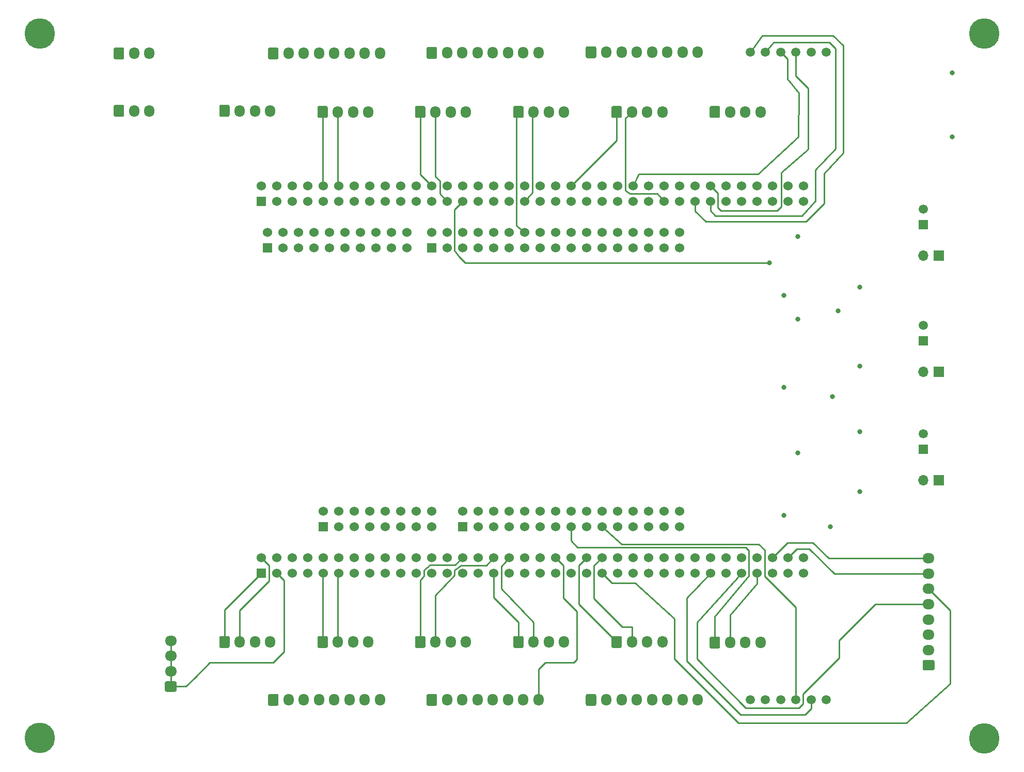
<source format=gbr>
%TF.GenerationSoftware,KiCad,Pcbnew,(5.1.12)-1*%
%TF.CreationDate,2022-02-06T21:24:49-08:00*%
%TF.ProjectId,DriverBoard,44726976-6572-4426-9f61-72642e6b6963,rev?*%
%TF.SameCoordinates,Original*%
%TF.FileFunction,Copper,L4,Bot*%
%TF.FilePolarity,Positive*%
%FSLAX46Y46*%
G04 Gerber Fmt 4.6, Leading zero omitted, Abs format (unit mm)*
G04 Created by KiCad (PCBNEW (5.1.12)-1) date 2022-02-06 21:24:49*
%MOMM*%
%LPD*%
G01*
G04 APERTURE LIST*
%TA.AperFunction,ComponentPad*%
%ADD10C,5.000000*%
%TD*%
%TA.AperFunction,ComponentPad*%
%ADD11O,1.700000X1.950000*%
%TD*%
%TA.AperFunction,ComponentPad*%
%ADD12C,1.530000*%
%TD*%
%TA.AperFunction,ComponentPad*%
%ADD13R,1.530000X1.530000*%
%TD*%
%TA.AperFunction,ComponentPad*%
%ADD14O,1.950000X1.700000*%
%TD*%
%TA.AperFunction,ComponentPad*%
%ADD15C,1.508000*%
%TD*%
%TA.AperFunction,ComponentPad*%
%ADD16R,1.508000X1.508000*%
%TD*%
%TA.AperFunction,ComponentPad*%
%ADD17C,1.498600*%
%TD*%
%TA.AperFunction,ComponentPad*%
%ADD18R,1.700000X1.700000*%
%TD*%
%TA.AperFunction,ComponentPad*%
%ADD19O,1.700000X1.700000*%
%TD*%
%TA.AperFunction,ViaPad*%
%ADD20C,0.800000*%
%TD*%
%TA.AperFunction,Conductor*%
%ADD21C,0.250000*%
%TD*%
G04 APERTURE END LIST*
D10*
%TO.P,Hole,1*%
%TO.N,N/C*%
X75000000Y-157450000D03*
%TD*%
D11*
%TO.P,J25,4*%
%TO.N,+5V*%
X193200000Y-54800000D03*
%TO.P,J25,3*%
%TO.N,GND*%
X190700000Y-54800000D03*
%TO.P,J25,2*%
%TO.N,Drive6-Enc-Aout*%
X188200000Y-54800000D03*
%TO.P,J25,1*%
%TO.N,Drive6-Enc-Bout*%
%TA.AperFunction,ComponentPad*%
G36*
G01*
X184850000Y-55525000D02*
X184850000Y-54075000D01*
G75*
G02*
X185100000Y-53825000I250000J0D01*
G01*
X186300000Y-53825000D01*
G75*
G02*
X186550000Y-54075000I0J-250000D01*
G01*
X186550000Y-55525000D01*
G75*
G02*
X186300000Y-55775000I-250000J0D01*
G01*
X185100000Y-55775000D01*
G75*
G02*
X184850000Y-55525000I0J250000D01*
G01*
G37*
%TD.AperFunction*%
%TD*%
%TO.P,J5,4*%
%TO.N,+5V*%
X144900000Y-54800000D03*
%TO.P,J5,3*%
%TO.N,GND*%
X142400000Y-54800000D03*
%TO.P,J5,2*%
%TO.N,Drive3-Enc-Aout*%
X139900000Y-54800000D03*
%TO.P,J5,1*%
%TO.N,Drive3-Enc-Bout*%
%TA.AperFunction,ComponentPad*%
G36*
G01*
X136550000Y-55525000D02*
X136550000Y-54075000D01*
G75*
G02*
X136800000Y-53825000I250000J0D01*
G01*
X138000000Y-53825000D01*
G75*
G02*
X138250000Y-54075000I0J-250000D01*
G01*
X138250000Y-55525000D01*
G75*
G02*
X138000000Y-55775000I-250000J0D01*
G01*
X136800000Y-55775000D01*
G75*
G02*
X136550000Y-55525000I0J250000D01*
G01*
G37*
%TD.AperFunction*%
%TD*%
D12*
%TO.P,U1,NC*%
%TO.N,N/C*%
X200245000Y-66910000D03*
X200245000Y-69450000D03*
%TO.P,U1,91*%
%TO.N,Net-(U1-Pad91)*%
X197705000Y-66910000D03*
%TO.P,U1,89*%
%TO.N,LED1*%
X197705000Y-69450000D03*
%TO.P,U1,90*%
%TO.N,LED2*%
X195165000Y-66910000D03*
%TO.P,U1,92*%
%TO.N,Net-(U1-Pad92)*%
X195165000Y-69450000D03*
%TO.P,U1,93*%
%TO.N,Drive6-Enc-Bout*%
X192625000Y-66910000D03*
%TO.P,U1,79*%
%TO.N,Drive6-Enc-Aout*%
X192625000Y-69450000D03*
%TO.P,U1,141*%
%TO.N,Drive3-INA1*%
X190085000Y-66910000D03*
%TO.P,U1,167*%
%TO.N,N/C*%
X190085000Y-69450000D03*
%TO.P,U1,49*%
%TO.N,Drive3-INA2*%
X187545000Y-66910000D03*
%TO.P,U1,129*%
%TO.N,Drive4-Enc-Bout*%
X187545000Y-69450000D03*
%TO.P,U1,55*%
%TO.N,I2C-4-SDA*%
X185005000Y-66910000D03*
%TO.P,U1,50*%
%TO.N,I2C-4-INT1*%
X185005000Y-69450000D03*
%TO.P,U1,13*%
%TO.N,Drive3-INB1*%
X182465000Y-66910000D03*
%TO.P,U1,53*%
%TO.N,I2C-4-INT0*%
X182465000Y-69450000D03*
%TO.P,U1,64*%
%TO.N,Drive3-INB2*%
X179925000Y-66910000D03*
%TO.P,U1,66*%
%TO.N,Drive2-B1*%
X179925000Y-69450000D03*
%TO.P,U1,158*%
%TO.N,GND*%
X177385000Y-66910000D03*
%TO.P,U1,68*%
%TO.N,Drive5-Enc-Aout*%
X177385000Y-69450000D03*
%TO.P,U1,60*%
%TO.N,UART-7-RTS*%
X174845000Y-66910000D03*
%TO.P,U1,67*%
%TO.N,Drive3-PWMB*%
X174845000Y-69450000D03*
%TO.P,U1,54*%
%TO.N,I2C-4-SCL*%
X172305000Y-66910000D03*
%TO.P,U1,65*%
%TO.N,CAN3-STBY*%
X172305000Y-69450000D03*
%TO.P,U1,86*%
%TO.N,Steer3-PWMB*%
X169765000Y-66910000D03*
%TO.P,U1,63*%
%TO.N,UART-7-CTS*%
X169765000Y-69450000D03*
%TO.P,U1,85*%
%TO.N,Steer3-PWMA*%
X167225000Y-66910000D03*
%TO.P,U1,80*%
%TO.N,ROSReset*%
X167225000Y-69450000D03*
%TO.P,U1,58*%
%TO.N,UART-7-RXD*%
X164685000Y-66910000D03*
%TO.P,U1,81*%
%TO.N,Drive2-PWMA*%
X164685000Y-69450000D03*
%TO.P,U1,22*%
%TO.N,Drive5-Enc-Bout*%
X162145000Y-66910000D03*
%TO.P,U1,82*%
%TO.N,Drive2-PWMB*%
X162145000Y-69450000D03*
%TO.P,U1,59*%
%TO.N,UART-7-TXD*%
X159605000Y-66910000D03*
%TO.P,U1,158*%
%TO.N,GND*%
X159605000Y-69450000D03*
%TO.P,U1,14*%
%TO.N,Net-(U1-Pad14)*%
X157065000Y-66910000D03*
%TO.P,U1,37*%
%TO.N,Net-(U1-Pad37)*%
X157065000Y-69450000D03*
%TO.P,U1,15*%
%TO.N,Drive2-INA1*%
X154525000Y-66910000D03*
%TO.P,U1,36*%
%TO.N,Drive4-Enc-Aout*%
X154525000Y-69450000D03*
%TO.P,U1,44*%
%TO.N,Drive2-INA2*%
X151985000Y-66910000D03*
%TO.P,U1,102*%
%TO.N,Drive3-PWMA*%
X151985000Y-69450000D03*
%TO.P,U1,159*%
%TO.N,N/C*%
X149445000Y-66910000D03*
%TO.P,U1,133*%
%TO.N,CAN3-RXD*%
X149445000Y-69450000D03*
%TO.P,U1,74*%
%TO.N,Drive2-B2*%
X146905000Y-66910000D03*
%TO.P,U1,135*%
%TO.N,CAN2-RXD*%
X146905000Y-69450000D03*
%TO.P,U1,75*%
%TO.N,Drive1-INA1*%
X144365000Y-66910000D03*
%TO.P,U1,134*%
%TO.N,CAN3-TXD*%
X144365000Y-69450000D03*
%TO.P,U1,76*%
%TO.N,Drive1-INA2*%
X141825000Y-66910000D03*
%TO.P,U1,69*%
%TO.N,Drive3-Enc-Aout*%
X141825000Y-69450000D03*
%TO.P,U1,47*%
%TO.N,Drive3-Enc-Bout*%
X139285000Y-66910000D03*
%TO.P,U1,100*%
%TO.N,Drive1-PWMA*%
X139285000Y-69450000D03*
%TO.P,U1,48*%
%TO.N,CAN2-STBY*%
X136745000Y-66910000D03*
%TO.P,U1,101*%
%TO.N,Drive1-PWMB*%
X136745000Y-69450000D03*
%TO.P,U1,158*%
%TO.N,GND*%
X134205000Y-66910000D03*
%TO.P,U1,97*%
%TO.N,Drive1-INB2*%
X134205000Y-69450000D03*
%TO.P,U1,70*%
%TO.N,Drive1-INB1*%
X131665000Y-66910000D03*
%TO.P,U1,136*%
%TO.N,CAN2-TXD*%
X131665000Y-69450000D03*
%TO.P,U1,73*%
%TO.N,Net-(U1-Pad73)*%
X129125000Y-66910000D03*
%TO.P,U1,43*%
%TO.N,Steer6-Enc-Bout*%
X129125000Y-69450000D03*
%TO.P,U1,103*%
%TO.N,Net-(U1-Pad103)*%
X126585000Y-66910000D03*
%TO.P,U1,42*%
%TO.N,Net-(U1-Pad42)*%
X126585000Y-69450000D03*
%TO.P,U1,104*%
%TO.N,Drive2-Enc-Aout*%
X124045000Y-66910000D03*
%TO.P,U1,41*%
%TO.N,Steer1-PWMA*%
X124045000Y-69450000D03*
%TO.P,U1,77*%
%TO.N,Drive2-Enc-Bout*%
X121505000Y-66910000D03*
%TO.P,U1,158*%
%TO.N,GND*%
X121505000Y-69450000D03*
%TO.P,U1,157*%
%TO.N,Net-(U1-Pad157)*%
X118965000Y-66910000D03*
%TO.P,U1,155*%
%TO.N,Net-(U1-Pad155)*%
X118965000Y-69450000D03*
%TO.P,U1,45*%
%TO.N,Net-(U1-Pad45)*%
X116425000Y-66910000D03*
%TO.P,U1,140*%
%TO.N,TurretPWM2*%
X116425000Y-69450000D03*
%TO.P,U1,96*%
%TO.N,Drive1-Enc-Aout*%
X113885000Y-66910000D03*
%TO.P,U1,139*%
%TO.N,TurretPWM1*%
X113885000Y-69450000D03*
%TO.P,U1,70*%
%TO.N,Drive1-INB1*%
X179905000Y-74530000D03*
%TO.P,U1,141*%
%TO.N,Drive3-INA1*%
X179905000Y-77070000D03*
%TO.P,U1,57*%
%TO.N,CAN1-STBY*%
X179905000Y-120250000D03*
%TO.P,U1,56*%
%TO.N,I2C-2-INT*%
X179905000Y-122790000D03*
%TO.P,U1,50*%
%TO.N,I2C-4-INT1*%
X135201000Y-74530000D03*
%TO.P,U1,134*%
%TO.N,CAN3-TXD*%
X135201000Y-77070000D03*
%TO.P,U1,86*%
%TO.N,Steer3-PWMB*%
X132661000Y-74530000D03*
%TO.P,U1,40*%
%TO.N,Steer3-Enc-Aout*%
X132661000Y-77070000D03*
%TO.P,U1,85*%
%TO.N,Steer3-PWMA*%
X130121000Y-74530000D03*
%TO.P,U1,133*%
%TO.N,CAN3-RXD*%
X130121000Y-77070000D03*
%TO.P,U1,43*%
%TO.N,Steer6-Enc-Bout*%
X127581000Y-74530000D03*
%TO.P,U1,135*%
%TO.N,CAN2-RXD*%
X127581000Y-77070000D03*
%TO.P,U1,42*%
%TO.N,Net-(U1-Pad42)*%
X125041000Y-74530000D03*
%TO.P,U1,97*%
%TO.N,Drive1-INB2*%
X125041000Y-77070000D03*
%TO.P,U1,41*%
%TO.N,Steer1-PWMA*%
X122501000Y-74530000D03*
%TO.P,U1,110*%
%TO.N,Steer1-INA2*%
X122501000Y-77070000D03*
%TO.P,U1,158*%
%TO.N,GND*%
X119961000Y-74530000D03*
%TO.P,U1,73*%
%TO.N,Net-(U1-Pad73)*%
X119961000Y-77070000D03*
%TO.P,U1,154*%
%TO.N,Net-(U1-Pad154)*%
X117421000Y-74530000D03*
%TO.P,U1,74*%
%TO.N,Drive2-B2*%
X117421000Y-77070000D03*
%TO.P,U1,140*%
%TO.N,TurretPWM2*%
X114881000Y-74530000D03*
%TO.P,U1,76*%
%TO.N,Drive1-INA2*%
X114881000Y-77070000D03*
%TO.P,U1,NC*%
%TO.N,N/C*%
X200225000Y-127870000D03*
X200225000Y-130410000D03*
%TO.P,U1,69*%
%TO.N,Drive3-Enc-Aout*%
X177365000Y-74530000D03*
%TO.P,U1,46*%
%TO.N,Steer4-Enc-Aout*%
X177365000Y-77070000D03*
%TO.P,U1,68*%
%TO.N,Drive5-Enc-Aout*%
X174825000Y-74530000D03*
%TO.P,U1,34*%
%TO.N,Steer3-Enc-Bout*%
X174825000Y-77070000D03*
%TO.P,U1,67*%
%TO.N,Drive3-PWMB*%
X172285000Y-74530000D03*
%TO.P,U1,158*%
%TO.N,GND*%
X172285000Y-77070000D03*
%TO.P,U1,65*%
%TO.N,CAN3-STBY*%
X169745000Y-74530000D03*
%TO.P,U1,1*%
%TO.N,Steer5-Enc-Aout*%
X169745000Y-77070000D03*
%TO.P,U1,63*%
%TO.N,UART-7-CTS*%
X167205000Y-74530000D03*
%TO.P,U1,80*%
%TO.N,ROSReset*%
X167205000Y-77070000D03*
%TO.P,U1,158*%
%TO.N,GND*%
X164665000Y-74530000D03*
%TO.P,U1,81*%
%TO.N,Drive2-PWMA*%
X164665000Y-77070000D03*
%TO.P,U1,58*%
%TO.N,UART-7-RXD*%
X162125000Y-74530000D03*
%TO.P,U1,82*%
%TO.N,Drive2-PWMB*%
X162125000Y-77070000D03*
%TO.P,U1,59*%
%TO.N,UART-7-TXD*%
X159585000Y-74530000D03*
%TO.P,U1,158*%
%TO.N,GND*%
X159585000Y-77070000D03*
%TO.P,U1,124*%
%TO.N,SPI_1_MISO*%
X157045000Y-74530000D03*
%TO.P,U1,48*%
%TO.N,CAN2-STBY*%
X157045000Y-77070000D03*
%TO.P,U1,129*%
%TO.N,Drive4-Enc-Bout*%
X154505000Y-74530000D03*
%TO.P,U1,136*%
%TO.N,CAN2-TXD*%
X154505000Y-77070000D03*
%TO.P,U1,55*%
%TO.N,I2C-4-SDA*%
X151965000Y-74530000D03*
%TO.P,U1,14*%
%TO.N,Net-(U1-Pad14)*%
X151965000Y-77070000D03*
%TO.P,U1,66*%
%TO.N,Drive2-B1*%
X149425000Y-74530000D03*
%TO.P,U1,28*%
%TO.N,Net-(U1-Pad28)*%
X149425000Y-77070000D03*
%TO.P,U1,54*%
%TO.N,I2C-4-SCL*%
X146885000Y-74530000D03*
%TO.P,U1,47*%
%TO.N,Drive3-Enc-Bout*%
X146885000Y-77070000D03*
%TO.P,U1,64*%
%TO.N,Drive3-INB2*%
X144345000Y-74530000D03*
%TO.P,U1,158*%
%TO.N,GND*%
X144345000Y-77070000D03*
%TO.P,U1,60*%
%TO.N,UART-7-RTS*%
X141805000Y-74530000D03*
%TO.P,U1,159*%
%TO.N,N/C*%
X141805000Y-77070000D03*
%TO.P,U1,53*%
%TO.N,I2C-4-INT0*%
X139265000Y-74530000D03*
D13*
%TO.P,U1,156*%
%TO.N,Net-(U1-Pad156)*%
X139265000Y-77070000D03*
D12*
%TO.P,U1,139*%
%TO.N,TurretPWM1*%
X112341000Y-74530000D03*
D13*
%TO.P,U1,96*%
%TO.N,Drive1-Enc-Aout*%
X112341000Y-77070000D03*
D12*
%TO.P,U1,21*%
%TO.N,Steer2-PWMB*%
X177365000Y-120250000D03*
%TO.P,U1,115*%
%TO.N,CAN1-TXD*%
X177365000Y-122790000D03*
%TO.P,U1,19*%
%TO.N,Steer2-Enc-Aout*%
X174825000Y-120250000D03*
%TO.P,U1,114*%
%TO.N,CAN1-RXD*%
X174825000Y-122790000D03*
%TO.P,U1,20*%
%TO.N,Steer2-PWMA*%
X172285000Y-120250000D03*
%TO.P,U1,158*%
%TO.N,GND*%
X172285000Y-122790000D03*
%TO.P,U1,2*%
%TO.N,Steer3-INB2*%
X169745000Y-120250000D03*
%TO.P,U1,10*%
%TO.N,I2C-2-SDA*%
X169745000Y-122790000D03*
%TO.P,U1,5*%
%TO.N,Steer3-PWMB*%
X167205000Y-120250000D03*
%TO.P,U1,11*%
%TO.N,I2C-2-SCL*%
X167205000Y-122790000D03*
%TO.P,U1,4*%
%TO.N,Steer3-PWMA*%
X164665000Y-120250000D03*
%TO.P,U1,12*%
%TO.N,I2C-2-EXTRA*%
X164665000Y-122790000D03*
%TO.P,U1,3*%
%TO.N,Steer3-INB1*%
X162125000Y-120250000D03*
%TO.P,U1,43*%
%TO.N,Steer6-Enc-Bout*%
X162125000Y-122790000D03*
%TO.P,U1,1*%
%TO.N,Steer5-Enc-Aout*%
X159585000Y-120250000D03*
%TO.P,U1,NC*%
%TO.N,N/C*%
X159585000Y-122790000D03*
%TO.P,U1,158*%
%TO.N,GND*%
X157045000Y-120250000D03*
%TO.P,U1,22*%
%TO.N,Drive5-Enc-Bout*%
X157045000Y-122790000D03*
%TO.P,U1,117*%
%TO.N,Steer2-INA1*%
X154505000Y-120250000D03*
%TO.P,U1,15*%
%TO.N,Drive2-INA1*%
X154505000Y-122790000D03*
%TO.P,U1,118*%
%TO.N,Steer2-INB2*%
X151965000Y-120250000D03*
%TO.P,U1,13*%
%TO.N,Drive3-INB1*%
X151965000Y-122790000D03*
%TO.P,U1,119*%
%TO.N,Steer2-INB1*%
X149425000Y-120250000D03*
%TO.P,U1,29*%
%TO.N,Net-(U1-Pad29)*%
X149425000Y-122790000D03*
%TO.P,U1,122*%
%TO.N,Steer2-INA2*%
X146885000Y-120250000D03*
%TO.P,U1,26*%
%TO.N,Net-(U1-Pad26)*%
X146885000Y-122790000D03*
%TO.P,U1,123*%
%TO.N,SPI_1_MOSI*%
X144345000Y-120250000D03*
D13*
%TO.P,U1,37*%
%TO.N,Net-(U1-Pad37)*%
X144345000Y-122790000D03*
D12*
%TO.P,U1,88*%
%TO.N,Steer5-Enc-Bout*%
X139265000Y-120250000D03*
%TO.P,U1,153*%
%TO.N,Net-(U1-Pad153)*%
X139265000Y-122790000D03*
%TO.P,U1,87*%
%TO.N,Net-(U1-Pad87)*%
X136725000Y-120250000D03*
%TO.P,U1,158*%
%TO.N,GND*%
X136725000Y-122790000D03*
%TO.P,U1,116*%
%TO.N,Net-(U1-Pad116)*%
X134185000Y-120250000D03*
%TO.P,U1,158*%
%TO.N,GND*%
X134185000Y-122790000D03*
%TO.P,U1,113*%
%TO.N,SabreTX*%
X131645000Y-120250000D03*
%TO.P,U1,152*%
%TO.N,+5V*%
X131645000Y-122790000D03*
%TO.P,U1,112*%
%TO.N,Steer1-Enc-Aout*%
X129105000Y-120250000D03*
%TO.P,U1,151*%
%TO.N,+3V3*%
X129105000Y-122790000D03*
%TO.P,U1,111*%
%TO.N,Steer1-Enc-Bout*%
X126565000Y-120250000D03*
%TO.P,U1,25*%
%TO.N,Net-(U1-Pad25)*%
X126565000Y-122790000D03*
%TO.P,U1,99*%
%TO.N,Net-(U1-Pad99)*%
X124025000Y-120250000D03*
%TO.P,U1,150*%
%TO.N,Net-(U1-Pad150)*%
X124025000Y-122790000D03*
%TO.P,U1,98*%
%TO.N,Drive1-Enc-Bout*%
X121485000Y-120250000D03*
D13*
%TO.P,U1,NC*%
%TO.N,N/C*%
X121485000Y-122790000D03*
D12*
%TO.P,U1,98*%
%TO.N,Drive1-Enc-Bout*%
X111345000Y-66910000D03*
D13*
%TO.P,U1,99*%
%TO.N,Net-(U1-Pad99)*%
X111345000Y-69450000D03*
D12*
%TO.P,U1,126*%
%TO.N,SPI_1_SCK*%
X197685000Y-127870000D03*
%TO.P,U1,78*%
%TO.N,I2C-2-EXTRA*%
X197685000Y-130410000D03*
%TO.P,U1,128*%
%TO.N,SPI_1_INT*%
X195145000Y-127870000D03*
%TO.P,U1,NC*%
%TO.N,N/C*%
X195145000Y-130410000D03*
%TO.P,U1,125*%
%TO.N,SPI_1_CS*%
X192605000Y-127870000D03*
%TO.P,U1,127*%
%TO.N,Steer6-Enc-Aout*%
X192605000Y-130410000D03*
%TO.P,U1,132*%
%TO.N,Steer3-INA1*%
X190065000Y-127870000D03*
%TO.P,U1,124*%
%TO.N,SPI_1_MISO*%
X190065000Y-130410000D03*
%TO.P,U1,5*%
%TO.N,Steer3-PWMB*%
X187525000Y-127870000D03*
%TO.P,U1,142*%
%TO.N,Steer3-INA2*%
X187525000Y-130410000D03*
%TO.P,U1,177*%
%TO.N,N/C*%
X184985000Y-127870000D03*
%TO.P,U1,56*%
%TO.N,I2C-2-INT*%
X184985000Y-130410000D03*
%TO.P,U1,57*%
%TO.N,CAN1-STBY*%
X182445000Y-127870000D03*
%TO.P,U1,114*%
%TO.N,CAN1-RXD*%
X182445000Y-130410000D03*
%TO.P,U1,21*%
%TO.N,Steer2-PWMB*%
X179905000Y-127870000D03*
%TO.P,U1,115*%
%TO.N,CAN1-TXD*%
X179905000Y-130410000D03*
%TO.P,U1,20*%
%TO.N,Steer2-PWMA*%
X177365000Y-127870000D03*
%TO.P,U1,10*%
%TO.N,I2C-2-SDA*%
X177365000Y-130410000D03*
%TO.P,U1,12*%
%TO.N,I2C-2-EXTRA*%
X174825000Y-127870000D03*
%TO.P,U1,11*%
%TO.N,I2C-2-SCL*%
X174825000Y-130410000D03*
%TO.P,U1,4*%
%TO.N,Steer3-PWMA*%
X172285000Y-127870000D03*
%TO.P,U1,158*%
%TO.N,GND*%
X172285000Y-130410000D03*
%TO.P,U1,3*%
%TO.N,Steer3-INB1*%
X169745000Y-127870000D03*
%TO.P,U1,2*%
%TO.N,Steer3-INB2*%
X169745000Y-130410000D03*
%TO.P,U1,1*%
%TO.N,Steer5-Enc-Aout*%
X167205000Y-127870000D03*
%TO.P,U1,123*%
%TO.N,SPI_1_MOSI*%
X167205000Y-130410000D03*
%TO.P,U1,88*%
%TO.N,Steer5-Enc-Bout*%
X164665000Y-127870000D03*
%TO.P,U1,122*%
%TO.N,Steer2-INA2*%
X164665000Y-130410000D03*
%TO.P,U1,87*%
%TO.N,Net-(U1-Pad87)*%
X162125000Y-127870000D03*
%TO.P,U1,119*%
%TO.N,Steer2-INB1*%
X162125000Y-130410000D03*
%TO.P,U1,117*%
%TO.N,Steer2-INA1*%
X159585000Y-127870000D03*
%TO.P,U1,118*%
%TO.N,Steer2-INB2*%
X159585000Y-130410000D03*
%TO.P,U1,26*%
%TO.N,Net-(U1-Pad26)*%
X157045000Y-127870000D03*
%TO.P,U1,29*%
%TO.N,Net-(U1-Pad29)*%
X157045000Y-130410000D03*
%TO.P,U1,27*%
%TO.N,Net-(U1-Pad27)*%
X154505000Y-127870000D03*
%TO.P,U1,28*%
%TO.N,Net-(U1-Pad28)*%
X154505000Y-130410000D03*
%TO.P,U1,46*%
%TO.N,Steer4-Enc-Aout*%
X151965000Y-127870000D03*
%TO.P,U1,6*%
%TO.N,N/C*%
X151965000Y-130410000D03*
%TO.P,U1,40*%
%TO.N,Steer3-Enc-Aout*%
X149425000Y-127870000D03*
%TO.P,U1,24*%
%TO.N,Steer4-Enc-Bout*%
X149425000Y-130410000D03*
%TO.P,U1,35*%
%TO.N,Steer1-PWMB*%
X146885000Y-127870000D03*
%TO.P,U1,NC*%
%TO.N,N/C*%
X146885000Y-130410000D03*
%TO.P,U1,34*%
%TO.N,Steer3-Enc-Bout*%
X144345000Y-127870000D03*
%TO.P,U1,NC*%
%TO.N,N/C*%
X144345000Y-130410000D03*
X141805000Y-127870000D03*
X141805000Y-130410000D03*
%TO.P,U1,149*%
%TO.N,Net-(U1-Pad149)*%
X139265000Y-127870000D03*
%TO.P,U1,7*%
%TO.N,Steer1-INA1*%
X139265000Y-130410000D03*
%TO.P,U1,158*%
%TO.N,GND*%
X136725000Y-127870000D03*
%TO.P,U1,137*%
%TO.N,Net-(U1-Pad137)*%
X136725000Y-130410000D03*
%TO.P,U1,158*%
%TO.N,GND*%
X134185000Y-127870000D03*
X134185000Y-130410000D03*
%TO.P,U1,148*%
%TO.N,+5V*%
X131645000Y-127870000D03*
%TO.P,U1,110*%
%TO.N,Steer1-INA2*%
X131645000Y-130410000D03*
%TO.P,U1,147*%
%TO.N,+3V3*%
X129105000Y-127870000D03*
%TO.P,U1,109*%
%TO.N,Steer1-INB1*%
X129105000Y-130410000D03*
%TO.P,U1,25*%
%TO.N,Net-(U1-Pad25)*%
X126565000Y-127870000D03*
%TO.P,U1,105*%
%TO.N,Steer1-INB2*%
X126565000Y-130410000D03*
%TO.P,U1,146*%
%TO.N,+3V3*%
X124025000Y-127870000D03*
%TO.P,U1,19*%
%TO.N,Steer2-Enc-Aout*%
X124025000Y-130410000D03*
%TO.P,U1,NC*%
%TO.N,N/C*%
X121485000Y-127870000D03*
%TO.P,U1,18*%
%TO.N,Steer2-Enc-Bout*%
X121485000Y-130410000D03*
%TO.P,U1,158*%
%TO.N,GND*%
X118945000Y-127870000D03*
%TO.P,U1,138*%
%TO.N,Net-(U1-Pad138)*%
X118945000Y-130410000D03*
%TO.P,U1,145*%
%TO.N,Net-(U1-Pad145)*%
X116405000Y-127870000D03*
%TO.P,U1,17*%
%TO.N,N/C*%
X116405000Y-130410000D03*
%TO.P,U1,116*%
%TO.N,Net-(U1-Pad116)*%
X113865000Y-127870000D03*
%TO.P,U1,113*%
%TO.N,SabreTX*%
X113865000Y-130410000D03*
%TO.P,U1,112*%
%TO.N,Steer1-Enc-Aout*%
X111325000Y-127870000D03*
D13*
%TO.P,U1,111*%
%TO.N,Steer1-Enc-Bout*%
X111325000Y-130410000D03*
%TD*%
D10*
%TO.P,Hole,1*%
%TO.N,N/C*%
X229900000Y-41900000D03*
%TD*%
%TO.P,Hole,1*%
%TO.N,N/C*%
X229900000Y-157500000D03*
%TD*%
%TO.P,,1*%
%TO.N,N/C*%
X75000000Y-41900000D03*
%TD*%
D14*
%TO.P,J30,4*%
%TO.N,SabreTX*%
X96500000Y-141500000D03*
%TO.P,J30,3*%
X96500000Y-144000000D03*
%TO.P,J30,2*%
X96500000Y-146500000D03*
%TO.P,J30,1*%
%TA.AperFunction,ComponentPad*%
G36*
G01*
X97225000Y-149850000D02*
X95775000Y-149850000D01*
G75*
G02*
X95525000Y-149600000I0J250000D01*
G01*
X95525000Y-148400000D01*
G75*
G02*
X95775000Y-148150000I250000J0D01*
G01*
X97225000Y-148150000D01*
G75*
G02*
X97475000Y-148400000I0J-250000D01*
G01*
X97475000Y-149600000D01*
G75*
G02*
X97225000Y-149850000I-250000J0D01*
G01*
G37*
%TD.AperFunction*%
%TD*%
D11*
%TO.P,J29,4*%
%TO.N,+5V*%
X161000000Y-54800000D03*
%TO.P,J29,3*%
%TO.N,GND*%
X158500000Y-54800000D03*
%TO.P,J29,2*%
%TO.N,Drive4-Enc-Aout*%
X156000000Y-54800000D03*
%TO.P,J29,1*%
%TO.N,Drive4-Enc-Bout*%
%TA.AperFunction,ComponentPad*%
G36*
G01*
X152650000Y-55525000D02*
X152650000Y-54075000D01*
G75*
G02*
X152900000Y-53825000I250000J0D01*
G01*
X154100000Y-53825000D01*
G75*
G02*
X154350000Y-54075000I0J-250000D01*
G01*
X154350000Y-55525000D01*
G75*
G02*
X154100000Y-55775000I-250000J0D01*
G01*
X152900000Y-55775000D01*
G75*
G02*
X152650000Y-55525000I0J250000D01*
G01*
G37*
%TD.AperFunction*%
%TD*%
%TO.P,J28,4*%
%TO.N,+5V*%
X193200000Y-141800000D03*
%TO.P,J28,3*%
%TO.N,GND*%
X190700000Y-141800000D03*
%TO.P,J28,2*%
%TO.N,Steer6-Enc-Aout*%
X188200000Y-141800000D03*
%TO.P,J28,1*%
%TO.N,Steer6-Enc-Bout*%
%TA.AperFunction,ComponentPad*%
G36*
G01*
X184850000Y-142525000D02*
X184850000Y-141075000D01*
G75*
G02*
X185100000Y-140825000I250000J0D01*
G01*
X186300000Y-140825000D01*
G75*
G02*
X186550000Y-141075000I0J-250000D01*
G01*
X186550000Y-142525000D01*
G75*
G02*
X186300000Y-142775000I-250000J0D01*
G01*
X185100000Y-142775000D01*
G75*
G02*
X184850000Y-142525000I0J250000D01*
G01*
G37*
%TD.AperFunction*%
%TD*%
%TO.P,J27,4*%
%TO.N,+5V*%
X177100000Y-141700000D03*
%TO.P,J27,3*%
%TO.N,GND*%
X174600000Y-141700000D03*
%TO.P,J27,2*%
%TO.N,Steer5-Enc-Aout*%
X172100000Y-141700000D03*
%TO.P,J27,1*%
%TO.N,Steer5-Enc-Bout*%
%TA.AperFunction,ComponentPad*%
G36*
G01*
X168750000Y-142425000D02*
X168750000Y-140975000D01*
G75*
G02*
X169000000Y-140725000I250000J0D01*
G01*
X170200000Y-140725000D01*
G75*
G02*
X170450000Y-140975000I0J-250000D01*
G01*
X170450000Y-142425000D01*
G75*
G02*
X170200000Y-142675000I-250000J0D01*
G01*
X169000000Y-142675000D01*
G75*
G02*
X168750000Y-142425000I0J250000D01*
G01*
G37*
%TD.AperFunction*%
%TD*%
%TO.P,J26,4*%
%TO.N,+5V*%
X161000000Y-141700000D03*
%TO.P,J26,3*%
%TO.N,GND*%
X158500000Y-141700000D03*
%TO.P,J26,2*%
%TO.N,Steer4-Enc-Aout*%
X156000000Y-141700000D03*
%TO.P,J26,1*%
%TO.N,Steer4-Enc-Bout*%
%TA.AperFunction,ComponentPad*%
G36*
G01*
X152650000Y-142425000D02*
X152650000Y-140975000D01*
G75*
G02*
X152900000Y-140725000I250000J0D01*
G01*
X154100000Y-140725000D01*
G75*
G02*
X154350000Y-140975000I0J-250000D01*
G01*
X154350000Y-142425000D01*
G75*
G02*
X154100000Y-142675000I-250000J0D01*
G01*
X152900000Y-142675000D01*
G75*
G02*
X152650000Y-142425000I0J250000D01*
G01*
G37*
%TD.AperFunction*%
%TD*%
%TO.P,J24,4*%
%TO.N,+5V*%
X177100000Y-54800000D03*
%TO.P,J24,3*%
%TO.N,GND*%
X174600000Y-54800000D03*
%TO.P,J24,2*%
%TO.N,Drive5-Enc-Aout*%
X172100000Y-54800000D03*
%TO.P,J24,1*%
%TO.N,Drive5-Enc-Bout*%
%TA.AperFunction,ComponentPad*%
G36*
G01*
X168750000Y-55525000D02*
X168750000Y-54075000D01*
G75*
G02*
X169000000Y-53825000I250000J0D01*
G01*
X170200000Y-53825000D01*
G75*
G02*
X170450000Y-54075000I0J-250000D01*
G01*
X170450000Y-55525000D01*
G75*
G02*
X170200000Y-55775000I-250000J0D01*
G01*
X169000000Y-55775000D01*
G75*
G02*
X168750000Y-55525000I0J250000D01*
G01*
G37*
%TD.AperFunction*%
%TD*%
%TO.P,J15,1*%
%TO.N,Net-(J15-Pad1)*%
%TA.AperFunction,ComponentPad*%
G36*
G01*
X221475000Y-146350000D02*
X220025000Y-146350000D01*
G75*
G02*
X219775000Y-146100000I0J250000D01*
G01*
X219775000Y-144900000D01*
G75*
G02*
X220025000Y-144650000I250000J0D01*
G01*
X221475000Y-144650000D01*
G75*
G02*
X221725000Y-144900000I0J-250000D01*
G01*
X221725000Y-146100000D01*
G75*
G02*
X221475000Y-146350000I-250000J0D01*
G01*
G37*
%TD.AperFunction*%
D14*
%TO.P,J15,2*%
%TO.N,+5V*%
X220750000Y-143000000D03*
%TO.P,J15,3*%
%TO.N,GND*%
X220750000Y-140500000D03*
%TO.P,J15,4*%
%TO.N,SPI_1_CS*%
X220750000Y-138000000D03*
%TO.P,J15,5*%
%TO.N,SPI_1_MISO*%
X220750000Y-135500000D03*
%TO.P,J15,6*%
%TO.N,SPI_1_MOSI*%
X220750000Y-133000000D03*
%TO.P,J15,7*%
%TO.N,SPI_1_SCK*%
X220750000Y-130500000D03*
%TO.P,J15,8*%
%TO.N,SPI_1_INT*%
X220750000Y-128000000D03*
%TD*%
D11*
%TO.P,J9,8*%
%TO.N,Drive2-INA1*%
X156800000Y-45100000D03*
%TO.P,J9,7*%
%TO.N,Drive2-INA2*%
X154300000Y-45100000D03*
%TO.P,J9,6*%
%TO.N,Drive2-PWMA*%
X151800000Y-45100000D03*
%TO.P,J9,5*%
%TO.N,Drive2-B1*%
X149300000Y-45100000D03*
%TO.P,J9,4*%
%TO.N,Drive2-B2*%
X146800000Y-45100000D03*
%TO.P,J9,3*%
%TO.N,Drive2-PWMB*%
X144300000Y-45100000D03*
%TO.P,J9,2*%
%TO.N,GND*%
X141800000Y-45100000D03*
%TO.P,J9,1*%
%TO.N,Net-(J9-Pad1)*%
%TA.AperFunction,ComponentPad*%
G36*
G01*
X138450000Y-45825000D02*
X138450000Y-44375000D01*
G75*
G02*
X138700000Y-44125000I250000J0D01*
G01*
X139900000Y-44125000D01*
G75*
G02*
X140150000Y-44375000I0J-250000D01*
G01*
X140150000Y-45825000D01*
G75*
G02*
X139900000Y-46075000I-250000J0D01*
G01*
X138700000Y-46075000D01*
G75*
G02*
X138450000Y-45825000I0J250000D01*
G01*
G37*
%TD.AperFunction*%
%TD*%
D15*
%TO.P,J19,2*%
%TO.N,Net-(J19-Pad2)*%
X219910000Y-107570000D03*
D16*
%TO.P,J19,1*%
%TO.N,Net-(J19-Pad1)*%
X219910000Y-110070000D03*
%TD*%
D11*
%TO.P,J1,4*%
%TO.N,+5V*%
X112800000Y-54600000D03*
%TO.P,J1,3*%
%TO.N,GND*%
X110300000Y-54600000D03*
%TO.P,J1,2*%
%TO.N,Drive1-Enc-Aout*%
X107800000Y-54600000D03*
%TO.P,J1,1*%
%TO.N,Drive1-Enc-Bout*%
%TA.AperFunction,ComponentPad*%
G36*
G01*
X104450000Y-55325000D02*
X104450000Y-53875000D01*
G75*
G02*
X104700000Y-53625000I250000J0D01*
G01*
X105900000Y-53625000D01*
G75*
G02*
X106150000Y-53875000I0J-250000D01*
G01*
X106150000Y-55325000D01*
G75*
G02*
X105900000Y-55575000I-250000J0D01*
G01*
X104700000Y-55575000D01*
G75*
G02*
X104450000Y-55325000I0J250000D01*
G01*
G37*
%TD.AperFunction*%
%TD*%
%TO.P,J2,4*%
%TO.N,+5V*%
X112800000Y-141700000D03*
%TO.P,J2,3*%
%TO.N,GND*%
X110300000Y-141700000D03*
%TO.P,J2,2*%
%TO.N,Steer1-Enc-Aout*%
X107800000Y-141700000D03*
%TO.P,J2,1*%
%TO.N,Steer1-Enc-Bout*%
%TA.AperFunction,ComponentPad*%
G36*
G01*
X104450000Y-142425000D02*
X104450000Y-140975000D01*
G75*
G02*
X104700000Y-140725000I250000J0D01*
G01*
X105900000Y-140725000D01*
G75*
G02*
X106150000Y-140975000I0J-250000D01*
G01*
X106150000Y-142425000D01*
G75*
G02*
X105900000Y-142675000I-250000J0D01*
G01*
X104700000Y-142675000D01*
G75*
G02*
X104450000Y-142425000I0J250000D01*
G01*
G37*
%TD.AperFunction*%
%TD*%
%TO.P,J3,4*%
%TO.N,+5V*%
X128900000Y-54800000D03*
%TO.P,J3,3*%
%TO.N,GND*%
X126400000Y-54800000D03*
%TO.P,J3,2*%
%TO.N,Drive2-Enc-Aout*%
X123900000Y-54800000D03*
%TO.P,J3,1*%
%TO.N,Drive2-Enc-Bout*%
%TA.AperFunction,ComponentPad*%
G36*
G01*
X120550000Y-55525000D02*
X120550000Y-54075000D01*
G75*
G02*
X120800000Y-53825000I250000J0D01*
G01*
X122000000Y-53825000D01*
G75*
G02*
X122250000Y-54075000I0J-250000D01*
G01*
X122250000Y-55525000D01*
G75*
G02*
X122000000Y-55775000I-250000J0D01*
G01*
X120800000Y-55775000D01*
G75*
G02*
X120550000Y-55525000I0J250000D01*
G01*
G37*
%TD.AperFunction*%
%TD*%
%TO.P,J4,4*%
%TO.N,+5V*%
X128900000Y-141700000D03*
%TO.P,J4,3*%
%TO.N,GND*%
X126400000Y-141700000D03*
%TO.P,J4,2*%
%TO.N,Steer2-Enc-Aout*%
X123900000Y-141700000D03*
%TO.P,J4,1*%
%TO.N,Steer2-Enc-Bout*%
%TA.AperFunction,ComponentPad*%
G36*
G01*
X120550000Y-142425000D02*
X120550000Y-140975000D01*
G75*
G02*
X120800000Y-140725000I250000J0D01*
G01*
X122000000Y-140725000D01*
G75*
G02*
X122250000Y-140975000I0J-250000D01*
G01*
X122250000Y-142425000D01*
G75*
G02*
X122000000Y-142675000I-250000J0D01*
G01*
X120800000Y-142675000D01*
G75*
G02*
X120550000Y-142425000I0J250000D01*
G01*
G37*
%TD.AperFunction*%
%TD*%
%TO.P,J6,4*%
%TO.N,+5V*%
X144900000Y-141700000D03*
%TO.P,J6,3*%
%TO.N,GND*%
X142400000Y-141700000D03*
%TO.P,J6,2*%
%TO.N,Steer3-Enc-Aout*%
X139900000Y-141700000D03*
%TO.P,J6,1*%
%TO.N,Steer3-Enc-Bout*%
%TA.AperFunction,ComponentPad*%
G36*
G01*
X136550000Y-142425000D02*
X136550000Y-140975000D01*
G75*
G02*
X136800000Y-140725000I250000J0D01*
G01*
X138000000Y-140725000D01*
G75*
G02*
X138250000Y-140975000I0J-250000D01*
G01*
X138250000Y-142425000D01*
G75*
G02*
X138000000Y-142675000I-250000J0D01*
G01*
X136800000Y-142675000D01*
G75*
G02*
X136550000Y-142425000I0J250000D01*
G01*
G37*
%TD.AperFunction*%
%TD*%
D17*
%TO.P,J7,6*%
%TO.N,I2C-4-INT0*%
X191500002Y-45000000D03*
%TO.P,J7,5*%
%TO.N,I2C-4-INT1*%
X194000000Y-45000000D03*
%TO.P,J7,4*%
%TO.N,I2C-4-SCL*%
X196500000Y-45000000D03*
%TO.P,J7,3*%
%TO.N,I2C-4-SDA*%
X199000000Y-45000000D03*
%TO.P,J7,2*%
%TO.N,GND*%
X201500000Y-45000000D03*
%TO.P,J7,1*%
%TO.N,+3V3*%
X204000000Y-45000000D03*
%TD*%
%TO.P,J8,1*%
%TO.N,Net-(J8-Pad1)*%
%TA.AperFunction,ComponentPad*%
G36*
G01*
X112450000Y-45925000D02*
X112450000Y-44475000D01*
G75*
G02*
X112700000Y-44225000I250000J0D01*
G01*
X113900000Y-44225000D01*
G75*
G02*
X114150000Y-44475000I0J-250000D01*
G01*
X114150000Y-45925000D01*
G75*
G02*
X113900000Y-46175000I-250000J0D01*
G01*
X112700000Y-46175000D01*
G75*
G02*
X112450000Y-45925000I0J250000D01*
G01*
G37*
%TD.AperFunction*%
D11*
%TO.P,J8,2*%
%TO.N,GND*%
X115800000Y-45200000D03*
%TO.P,J8,3*%
%TO.N,Drive1-PWMB*%
X118300000Y-45200000D03*
%TO.P,J8,4*%
%TO.N,Drive1-INB2*%
X120800000Y-45200000D03*
%TO.P,J8,5*%
%TO.N,Drive1-INB1*%
X123300000Y-45200000D03*
%TO.P,J8,6*%
%TO.N,Drive1-PWMA*%
X125800000Y-45200000D03*
%TO.P,J8,7*%
%TO.N,Drive1-INA2*%
X128300000Y-45200000D03*
%TO.P,J8,8*%
%TO.N,Drive1-INA1*%
X130800000Y-45200000D03*
%TD*%
%TO.P,J10,1*%
%TO.N,Net-(J10-Pad1)*%
%TA.AperFunction,ComponentPad*%
G36*
G01*
X164550000Y-45725000D02*
X164550000Y-44275000D01*
G75*
G02*
X164800000Y-44025000I250000J0D01*
G01*
X166000000Y-44025000D01*
G75*
G02*
X166250000Y-44275000I0J-250000D01*
G01*
X166250000Y-45725000D01*
G75*
G02*
X166000000Y-45975000I-250000J0D01*
G01*
X164800000Y-45975000D01*
G75*
G02*
X164550000Y-45725000I0J250000D01*
G01*
G37*
%TD.AperFunction*%
%TO.P,J10,2*%
%TO.N,GND*%
X167900000Y-45000000D03*
%TO.P,J10,3*%
%TO.N,Drive3-PWMB*%
X170400000Y-45000000D03*
%TO.P,J10,4*%
%TO.N,Drive3-INB2*%
X172900000Y-45000000D03*
%TO.P,J10,5*%
%TO.N,Drive3-INB1*%
X175400000Y-45000000D03*
%TO.P,J10,6*%
%TO.N,Drive3-PWMA*%
X177900000Y-45000000D03*
%TO.P,J10,7*%
%TO.N,Drive3-INA2*%
X180400000Y-45000000D03*
%TO.P,J10,8*%
%TO.N,Drive3-INA1*%
X182900000Y-45000000D03*
%TD*%
%TO.P,J11,8*%
%TO.N,Steer1-INA1*%
X130800000Y-151200000D03*
%TO.P,J11,7*%
%TO.N,Steer1-INA2*%
X128300000Y-151200000D03*
%TO.P,J11,6*%
%TO.N,Steer1-PWMA*%
X125800000Y-151200000D03*
%TO.P,J11,5*%
%TO.N,Steer1-INB1*%
X123300000Y-151200000D03*
%TO.P,J11,4*%
%TO.N,Steer1-INB2*%
X120800000Y-151200000D03*
%TO.P,J11,3*%
%TO.N,Steer1-PWMB*%
X118300000Y-151200000D03*
%TO.P,J11,2*%
%TO.N,GND*%
X115800000Y-151200000D03*
%TO.P,J11,1*%
%TO.N,Net-(J11-Pad1)*%
%TA.AperFunction,ComponentPad*%
G36*
G01*
X112450000Y-151925000D02*
X112450000Y-150475000D01*
G75*
G02*
X112700000Y-150225000I250000J0D01*
G01*
X113900000Y-150225000D01*
G75*
G02*
X114150000Y-150475000I0J-250000D01*
G01*
X114150000Y-151925000D01*
G75*
G02*
X113900000Y-152175000I-250000J0D01*
G01*
X112700000Y-152175000D01*
G75*
G02*
X112450000Y-151925000I0J250000D01*
G01*
G37*
%TD.AperFunction*%
%TD*%
%TO.P,J12,1*%
%TO.N,Net-(J12-Pad1)*%
%TA.AperFunction,ComponentPad*%
G36*
G01*
X138450000Y-151925000D02*
X138450000Y-150475000D01*
G75*
G02*
X138700000Y-150225000I250000J0D01*
G01*
X139900000Y-150225000D01*
G75*
G02*
X140150000Y-150475000I0J-250000D01*
G01*
X140150000Y-151925000D01*
G75*
G02*
X139900000Y-152175000I-250000J0D01*
G01*
X138700000Y-152175000D01*
G75*
G02*
X138450000Y-151925000I0J250000D01*
G01*
G37*
%TD.AperFunction*%
%TO.P,J12,2*%
%TO.N,GND*%
X141800000Y-151200000D03*
%TO.P,J12,3*%
%TO.N,Steer2-PWMB*%
X144300000Y-151200000D03*
%TO.P,J12,4*%
%TO.N,Steer2-INB2*%
X146800000Y-151200000D03*
%TO.P,J12,5*%
%TO.N,Steer2-INB1*%
X149300000Y-151200000D03*
%TO.P,J12,6*%
%TO.N,Steer2-PWMA*%
X151800000Y-151200000D03*
%TO.P,J12,7*%
%TO.N,Steer2-INA2*%
X154300000Y-151200000D03*
%TO.P,J12,8*%
%TO.N,Steer2-INA1*%
X156800000Y-151200000D03*
%TD*%
%TO.P,J13,8*%
%TO.N,Steer3-INA1*%
X182900000Y-151200000D03*
%TO.P,J13,7*%
%TO.N,Steer3-INA2*%
X180400000Y-151200000D03*
%TO.P,J13,6*%
%TO.N,Steer3-PWMA*%
X177900000Y-151200000D03*
%TO.P,J13,5*%
%TO.N,Steer3-INB1*%
X175400000Y-151200000D03*
%TO.P,J13,4*%
%TO.N,Steer3-INB2*%
X172900000Y-151200000D03*
%TO.P,J13,3*%
%TO.N,Steer3-PWMB*%
X170400000Y-151200000D03*
%TO.P,J13,2*%
%TO.N,GND*%
X167900000Y-151200000D03*
%TO.P,J13,1*%
%TO.N,Net-(J13-Pad1)*%
%TA.AperFunction,ComponentPad*%
G36*
G01*
X164550000Y-151925000D02*
X164550000Y-150475000D01*
G75*
G02*
X164800000Y-150225000I250000J0D01*
G01*
X166000000Y-150225000D01*
G75*
G02*
X166250000Y-150475000I0J-250000D01*
G01*
X166250000Y-151925000D01*
G75*
G02*
X166000000Y-152175000I-250000J0D01*
G01*
X164800000Y-152175000D01*
G75*
G02*
X164550000Y-151925000I0J250000D01*
G01*
G37*
%TD.AperFunction*%
%TD*%
D17*
%TO.P,J14,6*%
%TO.N,+5V*%
X191500002Y-151200000D03*
%TO.P,J14,5*%
%TO.N,GND*%
X194000000Y-151200000D03*
%TO.P,J14,4*%
%TO.N,I2C-2-SDA*%
X196500000Y-151200000D03*
%TO.P,J14,3*%
%TO.N,I2C-2-SCL*%
X199000000Y-151200000D03*
%TO.P,J14,2*%
%TO.N,I2C-2-INT*%
X201500000Y-151200000D03*
%TO.P,J14,1*%
%TO.N,I2C-2-EXTRA*%
X204000000Y-151200000D03*
%TD*%
D18*
%TO.P,J17,1*%
%TO.N,Net-(J17-Pad1)*%
X222450000Y-97390000D03*
D19*
%TO.P,J17,2*%
X219910000Y-97390000D03*
%TD*%
%TO.P,J18,2*%
%TO.N,Net-(J18-Pad2)*%
X219910000Y-78340000D03*
D18*
%TO.P,J18,1*%
%TO.N,Net-(J18-Pad1)*%
X222450000Y-78340000D03*
%TD*%
D16*
%TO.P,J20,1*%
%TO.N,Net-(J17-Pad1)*%
X219910000Y-92290000D03*
D15*
%TO.P,J20,2*%
%TO.N,Net-(J20-Pad2)*%
X219910000Y-89790000D03*
%TD*%
%TO.P,J21,2*%
%TO.N,Net-(J21-Pad2)*%
X219910000Y-70740000D03*
D16*
%TO.P,J21,1*%
%TO.N,Net-(J18-Pad2)*%
X219910000Y-73240000D03*
%TD*%
D19*
%TO.P,J23,2*%
%TO.N,Net-(J19-Pad1)*%
X219910000Y-115170000D03*
D18*
%TO.P,J23,1*%
X222450000Y-115170000D03*
%TD*%
D11*
%TO.P,J31,3*%
%TO.N,TurretPWM1*%
X93000000Y-45200000D03*
%TO.P,J31,2*%
%TO.N,GND*%
X90500000Y-45200000D03*
%TO.P,J31,1*%
%TO.N,+5V*%
%TA.AperFunction,ComponentPad*%
G36*
G01*
X87150000Y-45925000D02*
X87150000Y-44475000D01*
G75*
G02*
X87400000Y-44225000I250000J0D01*
G01*
X88600000Y-44225000D01*
G75*
G02*
X88850000Y-44475000I0J-250000D01*
G01*
X88850000Y-45925000D01*
G75*
G02*
X88600000Y-46175000I-250000J0D01*
G01*
X87400000Y-46175000D01*
G75*
G02*
X87150000Y-45925000I0J250000D01*
G01*
G37*
%TD.AperFunction*%
%TD*%
%TO.P,J32,1*%
%TO.N,+5V*%
%TA.AperFunction,ComponentPad*%
G36*
G01*
X87150000Y-55325000D02*
X87150000Y-53875000D01*
G75*
G02*
X87400000Y-53625000I250000J0D01*
G01*
X88600000Y-53625000D01*
G75*
G02*
X88850000Y-53875000I0J-250000D01*
G01*
X88850000Y-55325000D01*
G75*
G02*
X88600000Y-55575000I-250000J0D01*
G01*
X87400000Y-55575000D01*
G75*
G02*
X87150000Y-55325000I0J250000D01*
G01*
G37*
%TD.AperFunction*%
%TO.P,J32,2*%
%TO.N,GND*%
X90500000Y-54600000D03*
%TO.P,J32,3*%
%TO.N,TurretPWM2*%
X93000000Y-54600000D03*
%TD*%
D20*
%TO.N,GND*%
X224600000Y-58900000D03*
X205900000Y-87400000D03*
X199300000Y-75200000D03*
X205000000Y-101500000D03*
X204670000Y-122790000D03*
X199300000Y-110700000D03*
X199300000Y-88800000D03*
X224600000Y-48400000D03*
%TO.N,+5V*%
X197000000Y-99900000D03*
X197000000Y-120900000D03*
X197000000Y-84900000D03*
%TO.N,+3V3*%
X209500000Y-83500000D03*
X209500000Y-96500000D03*
X209500000Y-117000000D03*
X209500000Y-107250000D03*
%TO.N,CAN3-TXD*%
X194665000Y-79500000D03*
%TD*%
D21*
%TO.N,GND*%
X110500000Y-141500000D02*
X110300000Y-141700000D01*
X126500000Y-141600000D02*
X126400000Y-141700000D01*
X142500000Y-141600000D02*
X142400000Y-141700000D01*
X158600000Y-141600000D02*
X158500000Y-141700000D01*
X190800000Y-141700000D02*
X190700000Y-141800000D01*
%TO.N,+5V*%
X113000000Y-141500000D02*
X112800000Y-141700000D01*
X129000000Y-141600000D02*
X128900000Y-141700000D01*
X145000000Y-141600000D02*
X144900000Y-141700000D01*
X193300000Y-141700000D02*
X193200000Y-141800000D01*
%TO.N,Steer1-Enc-Aout*%
X107800000Y-141700000D02*
X107800000Y-136475000D01*
X107800000Y-136475000D02*
X112600000Y-131675000D01*
X112600000Y-129145000D02*
X111325000Y-127870000D01*
X112600000Y-131675000D02*
X112600000Y-129145000D01*
%TO.N,Steer1-Enc-Bout*%
X105300000Y-136435000D02*
X111325000Y-130410000D01*
X105300000Y-141700000D02*
X105300000Y-136435000D01*
%TO.N,Drive2-Enc-Aout*%
X123900000Y-66765000D02*
X124045000Y-66910000D01*
X123900000Y-54800000D02*
X123900000Y-66765000D01*
%TO.N,Drive2-Enc-Bout*%
X121400000Y-66805000D02*
X121505000Y-66910000D01*
X121400000Y-54800000D02*
X121400000Y-66805000D01*
%TO.N,Steer2-Enc-Bout*%
X121400000Y-130495000D02*
X121485000Y-130410000D01*
X121400000Y-141700000D02*
X121400000Y-130495000D01*
%TO.N,Steer2-Enc-Aout*%
X123900000Y-130535000D02*
X124025000Y-130410000D01*
X123900000Y-141700000D02*
X123900000Y-130535000D01*
%TO.N,Drive3-Enc-Bout*%
X137400000Y-65025000D02*
X139285000Y-66910000D01*
X137400000Y-54800000D02*
X137400000Y-65025000D01*
%TO.N,Drive3-Enc-Aout*%
X139900000Y-54800000D02*
X139900000Y-65400000D01*
X139900000Y-65400000D02*
X140600000Y-66100000D01*
X140600000Y-68225000D02*
X141825000Y-69450000D01*
X140600000Y-66100000D02*
X140600000Y-68225000D01*
%TO.N,Steer3-Enc-Aout*%
X148300000Y-129150000D02*
X149425000Y-127870000D01*
X144100000Y-129150000D02*
X148300000Y-129150000D01*
X143050000Y-129886799D02*
X144100000Y-129150000D01*
X143050000Y-130745001D02*
X143050000Y-129886799D01*
X139900000Y-134100000D02*
X143050000Y-130745001D01*
X139900000Y-141700000D02*
X139900000Y-134100000D01*
%TO.N,Steer3-Enc-Bout*%
X138000000Y-129900000D02*
X139050000Y-129100000D01*
X138000000Y-130800000D02*
X138000000Y-129900000D01*
X137400000Y-131600000D02*
X138000000Y-130800000D01*
X137400000Y-141700000D02*
X137400000Y-131600000D01*
X143115000Y-129100000D02*
X142900000Y-129100000D01*
X142900000Y-129100000D02*
X143000000Y-129100000D01*
X144345000Y-127870000D02*
X143115000Y-129100000D01*
X139050000Y-129100000D02*
X142900000Y-129100000D01*
%TO.N,I2C-4-INT0*%
X200700000Y-72800000D02*
X184200000Y-72800000D01*
X184200000Y-72800000D02*
X182465000Y-71065000D01*
X203600000Y-69800000D02*
X200700000Y-72800000D01*
X203600000Y-64900000D02*
X203600000Y-69800000D01*
X206800000Y-61500000D02*
X203600000Y-64900000D01*
X182465000Y-71065000D02*
X182465000Y-69450000D01*
X206800000Y-43900000D02*
X206800000Y-61500000D01*
X205100000Y-42300000D02*
X206800000Y-43900000D01*
X193500000Y-42300000D02*
X205100000Y-42300000D01*
X191500002Y-45000000D02*
X193500000Y-42300000D01*
%TO.N,I2C-4-INT1*%
X185005000Y-71005000D02*
X185005000Y-69450000D01*
X185800000Y-71800000D02*
X185005000Y-71005000D01*
X200000000Y-71800000D02*
X185800000Y-71800000D01*
X202200000Y-69400000D02*
X200000000Y-71800000D01*
X202200000Y-64300000D02*
X202200000Y-69400000D01*
X205500000Y-60800000D02*
X202200000Y-64300000D01*
X205500000Y-44400000D02*
X205500000Y-60800000D01*
X204500000Y-43400000D02*
X205500000Y-44400000D01*
X195300000Y-43400000D02*
X204500000Y-43400000D01*
X194000000Y-45000000D02*
X195300000Y-43400000D01*
%TO.N,I2C-4-SCL*%
X173200000Y-65000000D02*
X172305000Y-66910000D01*
X192800000Y-65000000D02*
X173200000Y-65000000D01*
X199400000Y-58900000D02*
X192800000Y-65000000D01*
X199500000Y-51700000D02*
X199400000Y-58900000D01*
X197600000Y-49400000D02*
X199500000Y-51700000D01*
X197600000Y-46100000D02*
X197600000Y-49400000D01*
X196500000Y-45000000D02*
X197600000Y-46100000D01*
%TO.N,I2C-4-SDA*%
X186200000Y-70500000D02*
X186200000Y-68105000D01*
X196600000Y-70300000D02*
X195900000Y-71000000D01*
X201000000Y-60900000D02*
X196600000Y-64700000D01*
X195900000Y-71000000D02*
X186700000Y-71000000D01*
X196600000Y-64700000D02*
X196600000Y-70300000D01*
X201000000Y-50900000D02*
X201000000Y-60900000D01*
X186700000Y-71000000D02*
X186200000Y-70500000D01*
X199000000Y-48900000D02*
X201000000Y-50900000D01*
X186200000Y-68105000D02*
X185005000Y-66910000D01*
X199000000Y-45000000D02*
X199000000Y-48900000D01*
%TO.N,Steer2-INA1*%
X156800000Y-151200000D02*
X156800000Y-146200000D01*
X156800000Y-146200000D02*
X157900000Y-145100000D01*
X157900000Y-145100000D02*
X162600000Y-145100000D01*
X162600000Y-145100000D02*
X163100000Y-144600000D01*
X163100000Y-144600000D02*
X163100000Y-136700000D01*
X163100000Y-136700000D02*
X160900000Y-134500000D01*
X160900000Y-129185000D02*
X159585000Y-127870000D01*
X160900000Y-134500000D02*
X160900000Y-129185000D01*
%TO.N,I2C-2-INT*%
X181100000Y-134500000D02*
X184985000Y-130410000D01*
X189900000Y-153600000D02*
X181100000Y-144800000D01*
X200500000Y-153600000D02*
X189900000Y-153600000D01*
X181100000Y-144800000D02*
X181100000Y-134500000D01*
X201500000Y-152600000D02*
X200500000Y-153600000D01*
X201500000Y-151200000D02*
X201500000Y-152600000D01*
%TO.N,I2C-2-SCL*%
X199000000Y-151200000D02*
X199000000Y-136000000D01*
X193900000Y-130933201D02*
X199000000Y-136000000D01*
X193900000Y-126600000D02*
X193900000Y-130933201D01*
X192900000Y-125650000D02*
X193900000Y-126600000D01*
X170400000Y-125650000D02*
X192900000Y-125650000D01*
X167205000Y-122790000D02*
X170400000Y-125650000D01*
%TO.N,SabreTX*%
X99000000Y-149000000D02*
X96500000Y-149000000D01*
X100500000Y-147500000D02*
X99000000Y-149000000D01*
X115100000Y-143300000D02*
X115100000Y-131645000D01*
X113310001Y-145089999D02*
X115100000Y-143300000D01*
X115100000Y-131645000D02*
X113865000Y-130410000D01*
X100500000Y-147500000D02*
X102910001Y-145089999D01*
X102910001Y-145089999D02*
X113310001Y-145089999D01*
X96500000Y-141500000D02*
X96500000Y-144000000D01*
X96500000Y-144000000D02*
X96500000Y-146500000D01*
X96500000Y-146500000D02*
X96500000Y-149000000D01*
%TO.N,CAN3-TXD*%
X143000000Y-70800000D02*
X144365000Y-69450000D01*
X143000000Y-77500000D02*
X143000000Y-70800000D01*
X143800000Y-78500000D02*
X143000000Y-77500000D01*
X144800000Y-79500000D02*
X143800000Y-78500000D01*
X194665000Y-79500000D02*
X144800000Y-79500000D01*
%TO.N,Drive5-Enc-Aout*%
X176300000Y-68200000D02*
X177385000Y-69450000D01*
X171781799Y-68200000D02*
X176300000Y-68200000D01*
X171000000Y-67700000D02*
X171781799Y-68200000D01*
X171000000Y-55800000D02*
X171000000Y-67700000D01*
X172100000Y-54800000D02*
X171000000Y-55800000D01*
%TO.N,Drive5-Enc-Bout*%
X169600000Y-59455000D02*
X162145000Y-66910000D01*
X169600000Y-54800000D02*
X169600000Y-59455000D01*
%TO.N,Steer4-Enc-Aout*%
X150700000Y-129319999D02*
X151965000Y-127870000D01*
X150700000Y-133000000D02*
X150700000Y-129319999D01*
X156000000Y-138500000D02*
X150700000Y-133000000D01*
X156000000Y-141700000D02*
X156000000Y-138500000D01*
%TO.N,Steer4-Enc-Bout*%
X153500000Y-141700000D02*
X153500000Y-138500000D01*
X149425000Y-134425000D02*
X149425000Y-130410000D01*
X153500000Y-138500000D02*
X149425000Y-134425000D01*
%TO.N,Steer5-Enc-Aout*%
X172100000Y-141700000D02*
X172100000Y-139200000D01*
X172100000Y-139200000D02*
X170500000Y-139200000D01*
X170500000Y-139200000D02*
X165900000Y-134600000D01*
X165900000Y-129175000D02*
X167205000Y-127870000D01*
X165900000Y-134600000D02*
X165900000Y-129175000D01*
%TO.N,Steer5-Enc-Bout*%
X164665000Y-127870000D02*
X163400000Y-129135000D01*
X163400000Y-135500000D02*
X169600000Y-141700000D01*
X163400000Y-129135000D02*
X163400000Y-135500000D01*
%TO.N,Steer6-Enc-Aout*%
X192605000Y-132095000D02*
X192605000Y-130410000D01*
X188200000Y-137300000D02*
X192605000Y-132095000D01*
X188200000Y-141800000D02*
X188200000Y-137300000D01*
%TO.N,Steer6-Enc-Bout*%
X191300000Y-130800000D02*
X191300000Y-129100000D01*
X185700000Y-137500000D02*
X191300000Y-130800000D01*
X185700000Y-141800000D02*
X185700000Y-137500000D01*
X191300000Y-129100000D02*
X191300000Y-126700000D01*
X191300000Y-126700000D02*
X190800000Y-126200000D01*
X190800000Y-126200000D02*
X163200000Y-126200000D01*
X163200000Y-126200000D02*
X162200000Y-125200000D01*
X162125000Y-125125000D02*
X163200000Y-126200000D01*
X162125000Y-122790000D02*
X162125000Y-125125000D01*
%TO.N,Drive4-Enc-Aout*%
X155706422Y-68106422D02*
X154525000Y-69450000D01*
X155800000Y-68000000D02*
X155706422Y-68106422D01*
X155800000Y-55000000D02*
X156000000Y-54800000D01*
X155800000Y-68012844D02*
X155800000Y-55000000D01*
X155706422Y-68106422D02*
X155800000Y-68012844D01*
%TO.N,Drive4-Enc-Bout*%
X153200000Y-55100000D02*
X153500000Y-54800000D01*
X153200000Y-73400000D02*
X153200000Y-55100000D01*
X154505000Y-74530000D02*
X153200000Y-73400000D01*
%TO.N,SPI_1_MISO*%
X182800000Y-138500000D02*
X190065000Y-130410000D01*
X182800000Y-138473292D02*
X182800000Y-144500000D01*
X212000000Y-135500000D02*
X220750000Y-135500000D01*
X206100000Y-141400000D02*
X212000000Y-135500000D01*
X206100000Y-144300000D02*
X206100000Y-141400000D01*
X200200000Y-150200000D02*
X206100000Y-144300000D01*
X200200000Y-151800000D02*
X200200000Y-150200000D01*
X199500000Y-152500000D02*
X200200000Y-151800000D01*
X190800000Y-152500000D02*
X199500000Y-152500000D01*
X182800000Y-144500000D02*
X190800000Y-152500000D01*
%TO.N,SPI_1_MOSI*%
X168795000Y-132000000D02*
X172400000Y-132000000D01*
X167205000Y-130410000D02*
X168795000Y-132000000D01*
X172400000Y-132000000D02*
X170700000Y-132000000D01*
X224300000Y-148500000D02*
X224300000Y-136550000D01*
X217100000Y-155000000D02*
X224300000Y-148500000D01*
X189600000Y-155000000D02*
X217100000Y-155000000D01*
X179100000Y-144500000D02*
X189600000Y-155000000D01*
X179100000Y-137900000D02*
X179100000Y-144500000D01*
X172673002Y-132000000D02*
X179100000Y-137900000D01*
X224300000Y-136550000D02*
X220750000Y-133000000D01*
X172400000Y-132000000D02*
X172673002Y-132000000D01*
%TO.N,SPI_1_SCK*%
X220750000Y-130500000D02*
X205300000Y-130500000D01*
X205300000Y-130500000D02*
X201200000Y-126400000D01*
X199155000Y-126400000D02*
X197685000Y-127870000D01*
X201200000Y-126400000D02*
X199155000Y-126400000D01*
%TO.N,SPI_1_INT*%
X220750000Y-128000000D02*
X204400000Y-128000000D01*
X204400000Y-128000000D02*
X201800000Y-125400000D01*
X197615000Y-125400000D02*
X195145000Y-127870000D01*
X201800000Y-125400000D02*
X197615000Y-125400000D01*
%TD*%
M02*

</source>
